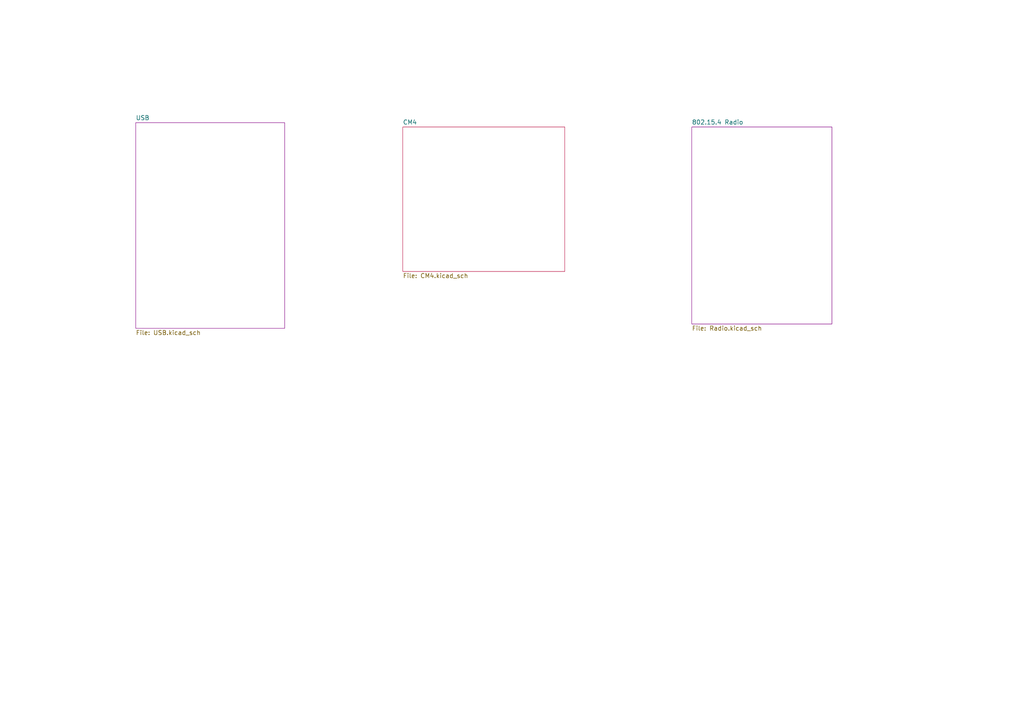
<source format=kicad_sch>
(kicad_sch (version 20201015) (generator eeschema)
  (paper "A4")
  (title_block (title "Light Blue") (date "2021-01-12") (rev "0.1") (company "Nabu Casa") (comment 2 "www.nabucasa.com"))
  (lib_symbols)
  (sheet (at 200.66 36.83) (size 40.64 57.15) (stroke (width 0.001) (color 132 0 132 1)) (fill (color 255 255 255 0.0000))
    (property "Sheet name" "802.15.4 Radio" (at 200.66 36.1941 0) (effects (justify left bottom)))
    (property "Sheet file" "Radio.kicad_sch" (at 200.66 94.4889 0) (effects (justify left top)))
  )
  (sheet (at 116.84 36.83) (size 46.99 41.91) (stroke (width 0.001) (color 187 17 66 1)) (fill (color 255 255 255 0.0000))
    (property "Sheet name" "CM4" (at 116.84 36.1941 0) (effects (justify left bottom)))
    (property "Sheet file" "CM4.kicad_sch" (at 116.84 79.2489 0) (effects (justify left top)))
  )
  (sheet (at 39.37 35.56) (size 43.18 59.69) (stroke (width 0.001) (color 132 0 132 1)) (fill (color 255 255 255 0.0000))
    (property "Sheet name" "USB" (at 39.37 34.9241 0) (effects (justify left bottom)))
    (property "Sheet file" "USB.kicad_sch" (at 39.37 95.7589 0) (effects (justify left top)))
  )
)
</source>
